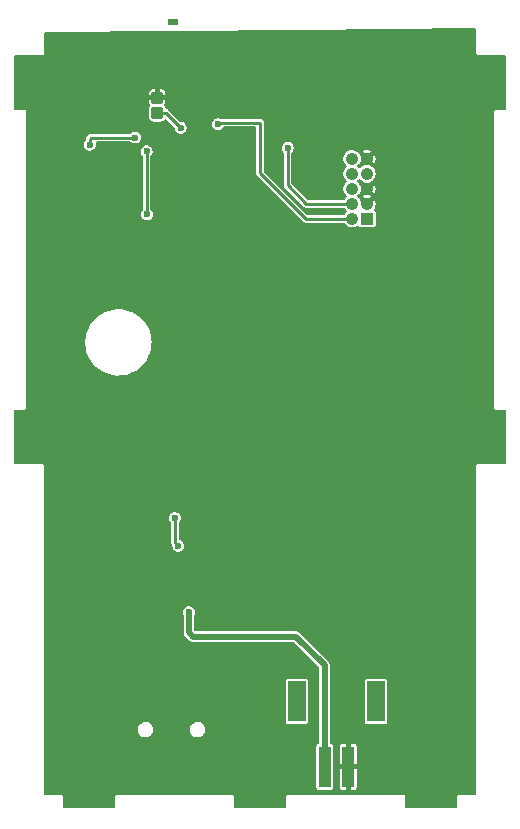
<source format=gbr>
%TF.GenerationSoftware,KiCad,Pcbnew,(5.99.0-10483-ga6ad7a4a70)*%
%TF.CreationDate,2021-05-17T14:47:55+02:00*%
%TF.ProjectId,quadkey,71756164-6b65-4792-9e6b-696361645f70,rev?*%
%TF.SameCoordinates,Original*%
%TF.FileFunction,Copper,L2,Bot*%
%TF.FilePolarity,Positive*%
%FSLAX46Y46*%
G04 Gerber Fmt 4.6, Leading zero omitted, Abs format (unit mm)*
G04 Created by KiCad (PCBNEW (5.99.0-10483-ga6ad7a4a70)) date 2021-05-17 14:47:55*
%MOMM*%
%LPD*%
G01*
G04 APERTURE LIST*
G04 Aperture macros list*
%AMRoundRect*
0 Rectangle with rounded corners*
0 $1 Rounding radius*
0 $2 $3 $4 $5 $6 $7 $8 $9 X,Y pos of 4 corners*
0 Add a 4 corners polygon primitive as box body*
4,1,4,$2,$3,$4,$5,$6,$7,$8,$9,$2,$3,0*
0 Add four circle primitives for the rounded corners*
1,1,$1+$1,$2,$3*
1,1,$1+$1,$4,$5*
1,1,$1+$1,$6,$7*
1,1,$1+$1,$8,$9*
0 Add four rect primitives between the rounded corners*
20,1,$1+$1,$2,$3,$4,$5,0*
20,1,$1+$1,$4,$5,$6,$7,0*
20,1,$1+$1,$6,$7,$8,$9,0*
20,1,$1+$1,$8,$9,$2,$3,0*%
G04 Aperture macros list end*
%TA.AperFunction,ComponentPad*%
%ADD10R,0.900000X0.500000*%
%TD*%
%TA.AperFunction,ComponentPad*%
%ADD11R,1.060000X1.060000*%
%TD*%
%TA.AperFunction,ComponentPad*%
%ADD12C,1.060000*%
%TD*%
%TA.AperFunction,SMDPad,CuDef*%
%ADD13RoundRect,0.250000X0.250000X0.300000X-0.250000X0.300000X-0.250000X-0.300000X0.250000X-0.300000X0*%
%TD*%
%TA.AperFunction,SMDPad,CuDef*%
%ADD14R,1.000000X3.500000*%
%TD*%
%TA.AperFunction,SMDPad,CuDef*%
%ADD15R,1.500000X3.400000*%
%TD*%
%TA.AperFunction,ViaPad*%
%ADD16C,0.600000*%
%TD*%
%TA.AperFunction,Conductor*%
%ADD17C,0.250000*%
%TD*%
%TA.AperFunction,Conductor*%
%ADD18C,0.500000*%
%TD*%
G04 APERTURE END LIST*
D10*
%TO.P,AE1,2*%
%TO.N,N/C*%
X98210000Y-53185000D03*
%TD*%
D11*
%TO.P,CON1,1,VCC*%
%TO.N,+3V3*%
X114670000Y-69800000D03*
D12*
%TO.P,CON1,2,SWDIO/TMS*%
%TO.N,/mcu/SWDIO*%
X113400000Y-69800000D03*
%TO.P,CON1,3,GND*%
%TO.N,GND*%
X114670000Y-68530000D03*
%TO.P,CON1,4,SWDCLK/TCK*%
%TO.N,/mcu/SWDCLK*%
X113400000Y-68530000D03*
%TO.P,CON1,5,GND*%
%TO.N,GND*%
X114670000Y-67260000D03*
%TO.P,CON1,6,SWO/TDO*%
%TO.N,unconnected-(CON1-Pad6)*%
X113400000Y-67260000D03*
%TO.P,CON1,7,KEY*%
%TO.N,unconnected-(CON1-Pad7)*%
X114670000Y-65990000D03*
%TO.P,CON1,8,NC/TDI*%
%TO.N,unconnected-(CON1-Pad8)*%
X113400000Y-65990000D03*
%TO.P,CON1,9,GND*%
%TO.N,GND*%
X114670000Y-64720000D03*
%TO.P,CON1,10,tRST*%
%TO.N,/mcu/RST*%
X113400000Y-64720000D03*
%TD*%
D13*
%TO.P,C9,1*%
%TO.N,GND*%
X96905000Y-59555000D03*
%TO.P,C9,2*%
%TO.N,Net-(C9-Pad2)*%
X96905000Y-60825000D03*
%TD*%
D14*
%TO.P,BT1,1,+*%
%TO.N,VBAT*%
X111090000Y-116210000D03*
%TO.P,BT1,2,-*%
%TO.N,GND*%
X113090000Y-116210000D03*
D15*
%TO.P,BT1,M*%
%TO.N,N/C*%
X108740000Y-110660000D03*
%TO.P,BT1,N*%
X115440000Y-110660000D03*
%TD*%
D16*
%TO.N,+3V3*%
X96010000Y-64100000D03*
X96060000Y-69440000D03*
%TO.N,VBAT*%
X98700000Y-97490000D03*
X98400000Y-95140000D03*
X99590000Y-103130000D03*
%TO.N,GND*%
X91000000Y-66610000D03*
X90820000Y-94420000D03*
X97950000Y-112890000D03*
X99040000Y-91940000D03*
X99850000Y-66460000D03*
X93890000Y-57360000D03*
X90550000Y-59740000D03*
X111070000Y-101610000D03*
X99670000Y-97780000D03*
X104430000Y-86900000D03*
X97940000Y-57760000D03*
X99060000Y-90340000D03*
X99080000Y-91180000D03*
X99800000Y-73950000D03*
X100800000Y-84700000D03*
%TO.N,Net-(C9-Pad2)*%
X98900000Y-62110000D03*
%TO.N,Net-(C13-Pad1)*%
X91210000Y-63530000D03*
X95060000Y-62930000D03*
%TO.N,/mcu/SWDIO*%
X102060000Y-61790000D03*
%TO.N,/mcu/SWDCLK*%
X107950000Y-63800000D03*
%TD*%
D17*
%TO.N,+3V3*%
X96010000Y-64100000D02*
X96010000Y-69390000D01*
X96010000Y-69390000D02*
X96060000Y-69440000D01*
%TO.N,VBAT*%
X98400000Y-97190000D02*
X98700000Y-97490000D01*
D18*
X111090000Y-116210000D02*
X111090000Y-107610000D01*
D17*
X98400000Y-95140000D02*
X98400000Y-97190000D01*
D18*
X111090000Y-107610000D02*
X108660000Y-105180000D01*
X99590000Y-104830000D02*
X99590000Y-103130000D01*
X108660000Y-105180000D02*
X99940000Y-105180000D01*
X99940000Y-105180000D02*
X99590000Y-104830000D01*
D17*
%TO.N,Net-(C9-Pad2)*%
X97615000Y-60825000D02*
X98900000Y-62110000D01*
X96905000Y-60825000D02*
X97615000Y-60825000D01*
%TO.N,Net-(C13-Pad1)*%
X95060000Y-62930000D02*
X91320000Y-62930000D01*
X91320000Y-62930000D02*
X91210000Y-63040000D01*
X91210000Y-63040000D02*
X91210000Y-63530000D01*
%TO.N,/mcu/SWDIO*%
X105630000Y-61660000D02*
X102190000Y-61660000D01*
X109470000Y-69800000D02*
X105630000Y-65960000D01*
X102190000Y-61660000D02*
X102060000Y-61790000D01*
X105630000Y-65960000D02*
X105630000Y-61660000D01*
X113400000Y-69800000D02*
X109470000Y-69800000D01*
%TO.N,/mcu/SWDCLK*%
X109520000Y-68530000D02*
X113400000Y-68530000D01*
X107950000Y-63800000D02*
X107950000Y-66960000D01*
X107950000Y-66960000D02*
X109520000Y-68530000D01*
%TD*%
%TA.AperFunction,Conductor*%
%TO.N,GND*%
G36*
X123883498Y-53699967D02*
G01*
X123919887Y-53749155D01*
X123925000Y-53780558D01*
X123925000Y-55796919D01*
X123925069Y-55797224D01*
X123925113Y-55798013D01*
X123925103Y-55809268D01*
X123925104Y-55809271D01*
X123925094Y-55820417D01*
X123929919Y-55830466D01*
X123930320Y-55831300D01*
X123937594Y-55852131D01*
X123940279Y-55863900D01*
X123947227Y-55872619D01*
X123947631Y-55873126D01*
X123959456Y-55891976D01*
X123964565Y-55902616D01*
X123973269Y-55909577D01*
X123973271Y-55909579D01*
X123973991Y-55910154D01*
X123989580Y-55925769D01*
X123997105Y-55935212D01*
X124007145Y-55940055D01*
X124007148Y-55940057D01*
X124007738Y-55940341D01*
X124026557Y-55952191D01*
X124035778Y-55959565D01*
X124046644Y-55962064D01*
X124046647Y-55962065D01*
X124047543Y-55962271D01*
X124068359Y-55969581D01*
X124069192Y-55969983D01*
X124069195Y-55969984D01*
X124079234Y-55974826D01*
X124101631Y-55974845D01*
X124102425Y-55974891D01*
X124102899Y-55975000D01*
X126376000Y-55975000D01*
X126434191Y-55993907D01*
X126470155Y-56043407D01*
X126475000Y-56074000D01*
X126475000Y-60476000D01*
X126456093Y-60534191D01*
X126406593Y-60570155D01*
X126376000Y-60575000D01*
X125603081Y-60575000D01*
X125602776Y-60575069D01*
X125601987Y-60575113D01*
X125590732Y-60575103D01*
X125590729Y-60575104D01*
X125579583Y-60575094D01*
X125568697Y-60580321D01*
X125547869Y-60587594D01*
X125546970Y-60587799D01*
X125546969Y-60587799D01*
X125536100Y-60590279D01*
X125527381Y-60597227D01*
X125526874Y-60597631D01*
X125508024Y-60609456D01*
X125497384Y-60614565D01*
X125490423Y-60623269D01*
X125490421Y-60623271D01*
X125489846Y-60623991D01*
X125474231Y-60639580D01*
X125464788Y-60647105D01*
X125459945Y-60657145D01*
X125459943Y-60657148D01*
X125459659Y-60657738D01*
X125447809Y-60676557D01*
X125440435Y-60685778D01*
X125437936Y-60696644D01*
X125437935Y-60696647D01*
X125437729Y-60697543D01*
X125430419Y-60718359D01*
X125430017Y-60719192D01*
X125430016Y-60719195D01*
X125425174Y-60729234D01*
X125425155Y-60751623D01*
X125425109Y-60752425D01*
X125425000Y-60752899D01*
X125425000Y-85796919D01*
X125425069Y-85797224D01*
X125425113Y-85798013D01*
X125425103Y-85809268D01*
X125425104Y-85809271D01*
X125425094Y-85820417D01*
X125429919Y-85830466D01*
X125430320Y-85831300D01*
X125437594Y-85852131D01*
X125440279Y-85863900D01*
X125447227Y-85872619D01*
X125447631Y-85873126D01*
X125459456Y-85891976D01*
X125464565Y-85902616D01*
X125473269Y-85909577D01*
X125473271Y-85909579D01*
X125473991Y-85910154D01*
X125489580Y-85925769D01*
X125497105Y-85935212D01*
X125507145Y-85940055D01*
X125507148Y-85940057D01*
X125507738Y-85940341D01*
X125526557Y-85952191D01*
X125535778Y-85959565D01*
X125546644Y-85962064D01*
X125546647Y-85962065D01*
X125547543Y-85962271D01*
X125568359Y-85969581D01*
X125569192Y-85969983D01*
X125569195Y-85969984D01*
X125579234Y-85974826D01*
X125601631Y-85974845D01*
X125602425Y-85974891D01*
X125602899Y-85975000D01*
X126376000Y-85975000D01*
X126434191Y-85993907D01*
X126470155Y-86043407D01*
X126475000Y-86074000D01*
X126475000Y-90476000D01*
X126456093Y-90534191D01*
X126406593Y-90570155D01*
X126376000Y-90575000D01*
X124103081Y-90575000D01*
X124102776Y-90575069D01*
X124101987Y-90575113D01*
X124090732Y-90575103D01*
X124090729Y-90575104D01*
X124079583Y-90575094D01*
X124068697Y-90580321D01*
X124047869Y-90587594D01*
X124046970Y-90587799D01*
X124046969Y-90587799D01*
X124036100Y-90590279D01*
X124027381Y-90597227D01*
X124026874Y-90597631D01*
X124008024Y-90609456D01*
X123997384Y-90614565D01*
X123990423Y-90623269D01*
X123990421Y-90623271D01*
X123989846Y-90623991D01*
X123974231Y-90639580D01*
X123964788Y-90647105D01*
X123959945Y-90657145D01*
X123959943Y-90657148D01*
X123959659Y-90657738D01*
X123947809Y-90676557D01*
X123940435Y-90685778D01*
X123937936Y-90696644D01*
X123937935Y-90696647D01*
X123937729Y-90697543D01*
X123930419Y-90718359D01*
X123930017Y-90719192D01*
X123930016Y-90719195D01*
X123925174Y-90729234D01*
X123925155Y-90751623D01*
X123925109Y-90752425D01*
X123925000Y-90752899D01*
X123925000Y-118476000D01*
X123906093Y-118534191D01*
X123856593Y-118570155D01*
X123826000Y-118575000D01*
X122503081Y-118575000D01*
X122502776Y-118575069D01*
X122501987Y-118575113D01*
X122490732Y-118575103D01*
X122490729Y-118575104D01*
X122479583Y-118575094D01*
X122468697Y-118580321D01*
X122447869Y-118587594D01*
X122446970Y-118587799D01*
X122446969Y-118587799D01*
X122436100Y-118590279D01*
X122427381Y-118597227D01*
X122426874Y-118597631D01*
X122408024Y-118609456D01*
X122397384Y-118614565D01*
X122390423Y-118623269D01*
X122390421Y-118623271D01*
X122389846Y-118623991D01*
X122374231Y-118639580D01*
X122364788Y-118647105D01*
X122359945Y-118657145D01*
X122359943Y-118657148D01*
X122359659Y-118657738D01*
X122347809Y-118676557D01*
X122340435Y-118685778D01*
X122337936Y-118696644D01*
X122337935Y-118696647D01*
X122337729Y-118697543D01*
X122330419Y-118718359D01*
X122330017Y-118719192D01*
X122330016Y-118719195D01*
X122325174Y-118729234D01*
X122325155Y-118751623D01*
X122325109Y-118752425D01*
X122325000Y-118752899D01*
X122325000Y-119576000D01*
X122306093Y-119634191D01*
X122256593Y-119670155D01*
X122226000Y-119675000D01*
X118024000Y-119675000D01*
X117965809Y-119656093D01*
X117929845Y-119606593D01*
X117925000Y-119576000D01*
X117925000Y-118753081D01*
X117924931Y-118752776D01*
X117924887Y-118751987D01*
X117924897Y-118740732D01*
X117924896Y-118740729D01*
X117924906Y-118729583D01*
X117919679Y-118718697D01*
X117912406Y-118697869D01*
X117912201Y-118696970D01*
X117912201Y-118696969D01*
X117909721Y-118686100D01*
X117902369Y-118676874D01*
X117890544Y-118658024D01*
X117890260Y-118657433D01*
X117885435Y-118647384D01*
X117876731Y-118640423D01*
X117876729Y-118640421D01*
X117876009Y-118639846D01*
X117860420Y-118624231D01*
X117852895Y-118614788D01*
X117842855Y-118609945D01*
X117842852Y-118609943D01*
X117842262Y-118609659D01*
X117823443Y-118597809D01*
X117814222Y-118590435D01*
X117803356Y-118587936D01*
X117803353Y-118587935D01*
X117802457Y-118587729D01*
X117781641Y-118580419D01*
X117780808Y-118580017D01*
X117780805Y-118580016D01*
X117770766Y-118575174D01*
X117748369Y-118575155D01*
X117747575Y-118575109D01*
X117747101Y-118575000D01*
X108003081Y-118575000D01*
X108002776Y-118575069D01*
X108001987Y-118575113D01*
X107990732Y-118575103D01*
X107990729Y-118575104D01*
X107979583Y-118575094D01*
X107968697Y-118580321D01*
X107947869Y-118587594D01*
X107946970Y-118587799D01*
X107946969Y-118587799D01*
X107936100Y-118590279D01*
X107927381Y-118597227D01*
X107926874Y-118597631D01*
X107908024Y-118609456D01*
X107897384Y-118614565D01*
X107890423Y-118623269D01*
X107890421Y-118623271D01*
X107889846Y-118623991D01*
X107874231Y-118639580D01*
X107864788Y-118647105D01*
X107859945Y-118657145D01*
X107859943Y-118657148D01*
X107859659Y-118657738D01*
X107847809Y-118676557D01*
X107840435Y-118685778D01*
X107837936Y-118696644D01*
X107837935Y-118696647D01*
X107837729Y-118697543D01*
X107830419Y-118718359D01*
X107830017Y-118719192D01*
X107830016Y-118719195D01*
X107825174Y-118729234D01*
X107825155Y-118751623D01*
X107825109Y-118752425D01*
X107825000Y-118752899D01*
X107825000Y-119576000D01*
X107806093Y-119634191D01*
X107756593Y-119670155D01*
X107726000Y-119675000D01*
X103524000Y-119675000D01*
X103465809Y-119656093D01*
X103429845Y-119606593D01*
X103425000Y-119576000D01*
X103425000Y-118753081D01*
X103424931Y-118752776D01*
X103424887Y-118751987D01*
X103424897Y-118740732D01*
X103424896Y-118740729D01*
X103424906Y-118729583D01*
X103419679Y-118718697D01*
X103412406Y-118697869D01*
X103412201Y-118696970D01*
X103412201Y-118696969D01*
X103409721Y-118686100D01*
X103402369Y-118676874D01*
X103390544Y-118658024D01*
X103390260Y-118657433D01*
X103385435Y-118647384D01*
X103376731Y-118640423D01*
X103376729Y-118640421D01*
X103376009Y-118639846D01*
X103360420Y-118624231D01*
X103352895Y-118614788D01*
X103342855Y-118609945D01*
X103342852Y-118609943D01*
X103342262Y-118609659D01*
X103323443Y-118597809D01*
X103314222Y-118590435D01*
X103303356Y-118587936D01*
X103303353Y-118587935D01*
X103302457Y-118587729D01*
X103281641Y-118580419D01*
X103280808Y-118580017D01*
X103280805Y-118580016D01*
X103270766Y-118575174D01*
X103248369Y-118575155D01*
X103247575Y-118575109D01*
X103247101Y-118575000D01*
X93503081Y-118575000D01*
X93502776Y-118575069D01*
X93501987Y-118575113D01*
X93490732Y-118575103D01*
X93490729Y-118575104D01*
X93479583Y-118575094D01*
X93468697Y-118580321D01*
X93447869Y-118587594D01*
X93446970Y-118587799D01*
X93446969Y-118587799D01*
X93436100Y-118590279D01*
X93427381Y-118597227D01*
X93426874Y-118597631D01*
X93408024Y-118609456D01*
X93397384Y-118614565D01*
X93390423Y-118623269D01*
X93390421Y-118623271D01*
X93389846Y-118623991D01*
X93374231Y-118639580D01*
X93364788Y-118647105D01*
X93359945Y-118657145D01*
X93359943Y-118657148D01*
X93359659Y-118657738D01*
X93347809Y-118676557D01*
X93340435Y-118685778D01*
X93337936Y-118696644D01*
X93337935Y-118696647D01*
X93337729Y-118697543D01*
X93330419Y-118718359D01*
X93330017Y-118719192D01*
X93330016Y-118719195D01*
X93325174Y-118729234D01*
X93325155Y-118751623D01*
X93325109Y-118752425D01*
X93325000Y-118752899D01*
X93325000Y-119576000D01*
X93306093Y-119634191D01*
X93256593Y-119670155D01*
X93226000Y-119675000D01*
X89024000Y-119675000D01*
X88965809Y-119656093D01*
X88929845Y-119606593D01*
X88925000Y-119576000D01*
X88925000Y-118753081D01*
X88924931Y-118752776D01*
X88924887Y-118751987D01*
X88924897Y-118740732D01*
X88924896Y-118740729D01*
X88924906Y-118729583D01*
X88919679Y-118718697D01*
X88912406Y-118697869D01*
X88912201Y-118696970D01*
X88912201Y-118696969D01*
X88909721Y-118686100D01*
X88902369Y-118676874D01*
X88890544Y-118658024D01*
X88890260Y-118657433D01*
X88885435Y-118647384D01*
X88876731Y-118640423D01*
X88876729Y-118640421D01*
X88876009Y-118639846D01*
X88860420Y-118624231D01*
X88852895Y-118614788D01*
X88842855Y-118609945D01*
X88842852Y-118609943D01*
X88842262Y-118609659D01*
X88823443Y-118597809D01*
X88814222Y-118590435D01*
X88803356Y-118587936D01*
X88803353Y-118587935D01*
X88802457Y-118587729D01*
X88781641Y-118580419D01*
X88780808Y-118580017D01*
X88780805Y-118580016D01*
X88770766Y-118575174D01*
X88748369Y-118575155D01*
X88747575Y-118575109D01*
X88747101Y-118575000D01*
X87424000Y-118575000D01*
X87365809Y-118556093D01*
X87329845Y-118506593D01*
X87325000Y-118476000D01*
X87325000Y-112972844D01*
X95269669Y-112972844D01*
X95269669Y-113137156D01*
X95310532Y-113296306D01*
X95389689Y-113440293D01*
X95502169Y-113560071D01*
X95640902Y-113648114D01*
X95797172Y-113698889D01*
X95803380Y-113699280D01*
X95803382Y-113699280D01*
X95889195Y-113704679D01*
X95961159Y-113709207D01*
X96041860Y-113693813D01*
X96116445Y-113679585D01*
X96116447Y-113679584D01*
X96122561Y-113678418D01*
X96271234Y-113608457D01*
X96276033Y-113604487D01*
X96393042Y-113507690D01*
X96393045Y-113507687D01*
X96397839Y-113503721D01*
X96494419Y-113370790D01*
X96554906Y-113218016D01*
X96575500Y-113055000D01*
X96565121Y-112972844D01*
X99669669Y-112972844D01*
X99669669Y-113137156D01*
X99710532Y-113296306D01*
X99789689Y-113440293D01*
X99902169Y-113560071D01*
X100040902Y-113648114D01*
X100197172Y-113698889D01*
X100203380Y-113699280D01*
X100203382Y-113699280D01*
X100289195Y-113704679D01*
X100361159Y-113709207D01*
X100441860Y-113693813D01*
X100516445Y-113679585D01*
X100516447Y-113679584D01*
X100522561Y-113678418D01*
X100671234Y-113608457D01*
X100676033Y-113604487D01*
X100793042Y-113507690D01*
X100793045Y-113507687D01*
X100797839Y-113503721D01*
X100894419Y-113370790D01*
X100954906Y-113218016D01*
X100975500Y-113055000D01*
X100954906Y-112891984D01*
X100894419Y-112739210D01*
X100797839Y-112606279D01*
X100793045Y-112602313D01*
X100793042Y-112602310D01*
X100676033Y-112505513D01*
X100671234Y-112501543D01*
X100522561Y-112431582D01*
X100516447Y-112430416D01*
X100516445Y-112430415D01*
X100441860Y-112416187D01*
X100361159Y-112400793D01*
X100289195Y-112405321D01*
X100203382Y-112410720D01*
X100203380Y-112410720D01*
X100197172Y-112411111D01*
X100040902Y-112461886D01*
X99902169Y-112549929D01*
X99897909Y-112554465D01*
X99897907Y-112554467D01*
X99853996Y-112601227D01*
X99789689Y-112669707D01*
X99710532Y-112813694D01*
X99669669Y-112972844D01*
X96565121Y-112972844D01*
X96554906Y-112891984D01*
X96494419Y-112739210D01*
X96397839Y-112606279D01*
X96393045Y-112602313D01*
X96393042Y-112602310D01*
X96276033Y-112505513D01*
X96271234Y-112501543D01*
X96122561Y-112431582D01*
X96116447Y-112430416D01*
X96116445Y-112430415D01*
X96041860Y-112416187D01*
X95961159Y-112400793D01*
X95889195Y-112405321D01*
X95803382Y-112410720D01*
X95803380Y-112410720D01*
X95797172Y-112411111D01*
X95640902Y-112461886D01*
X95502169Y-112549929D01*
X95497909Y-112554465D01*
X95497907Y-112554467D01*
X95453996Y-112601227D01*
X95389689Y-112669707D01*
X95310532Y-112813694D01*
X95269669Y-112972844D01*
X87325000Y-112972844D01*
X87325000Y-108960000D01*
X107784500Y-108960000D01*
X107784500Y-112360000D01*
X107800143Y-112438641D01*
X107844690Y-112505310D01*
X107911359Y-112549857D01*
X107920922Y-112551759D01*
X107920924Y-112551760D01*
X107946200Y-112556787D01*
X107990000Y-112565500D01*
X109490000Y-112565500D01*
X109533800Y-112556787D01*
X109559076Y-112551760D01*
X109559078Y-112551759D01*
X109568641Y-112549857D01*
X109635310Y-112505310D01*
X109679857Y-112438641D01*
X109695500Y-112360000D01*
X109695500Y-108960000D01*
X109679857Y-108881359D01*
X109635310Y-108814690D01*
X109568641Y-108770143D01*
X109559078Y-108768241D01*
X109559076Y-108768240D01*
X109533800Y-108763213D01*
X109490000Y-108754500D01*
X107990000Y-108754500D01*
X107946200Y-108763213D01*
X107920924Y-108768240D01*
X107920922Y-108768241D01*
X107911359Y-108770143D01*
X107844690Y-108814690D01*
X107800143Y-108881359D01*
X107784500Y-108960000D01*
X87325000Y-108960000D01*
X87325000Y-103123824D01*
X99084538Y-103123824D01*
X99103121Y-103265939D01*
X99105962Y-103272395D01*
X99105962Y-103272396D01*
X99131116Y-103329562D01*
X99139500Y-103369434D01*
X99139500Y-104798123D01*
X99138814Y-104809759D01*
X99134725Y-104844308D01*
X99136054Y-104851585D01*
X99136054Y-104851588D01*
X99145337Y-104902414D01*
X99145846Y-104905471D01*
X99154636Y-104963935D01*
X99157761Y-104970443D01*
X99159058Y-104977545D01*
X99162469Y-104984111D01*
X99162469Y-104984112D01*
X99186293Y-105029975D01*
X99187682Y-105032754D01*
X99213265Y-105086029D01*
X99217368Y-105090468D01*
X99218892Y-105092729D01*
X99221493Y-105097736D01*
X99226525Y-105103628D01*
X99264951Y-105142054D01*
X99267644Y-105144856D01*
X99305202Y-105185486D01*
X99311077Y-105188899D01*
X99317958Y-105195061D01*
X99598915Y-105476018D01*
X99606651Y-105484724D01*
X99628189Y-105512045D01*
X99634276Y-105516252D01*
X99634277Y-105516253D01*
X99676807Y-105545648D01*
X99679322Y-105547445D01*
X99726858Y-105582555D01*
X99733668Y-105584946D01*
X99739608Y-105589052D01*
X99746661Y-105591283D01*
X99746666Y-105591285D01*
X99784441Y-105603231D01*
X99795971Y-105606878D01*
X99798856Y-105607840D01*
X99854648Y-105627432D01*
X99860688Y-105627669D01*
X99863367Y-105628191D01*
X99868744Y-105629892D01*
X99874365Y-105630334D01*
X99874368Y-105630335D01*
X99874454Y-105630341D01*
X99876469Y-105630500D01*
X99930787Y-105630500D01*
X99934673Y-105630576D01*
X99982590Y-105632459D01*
X99982593Y-105632459D01*
X99989984Y-105632749D01*
X99996551Y-105631008D01*
X100005776Y-105630500D01*
X108432389Y-105630500D01*
X108490580Y-105649407D01*
X108502393Y-105659496D01*
X110610504Y-107767608D01*
X110638281Y-107822125D01*
X110639500Y-107837612D01*
X110639500Y-114163406D01*
X110620593Y-114221597D01*
X110571093Y-114257561D01*
X110559815Y-114260503D01*
X110520928Y-114268239D01*
X110520925Y-114268240D01*
X110511359Y-114270143D01*
X110444690Y-114314690D01*
X110400143Y-114381359D01*
X110384500Y-114460000D01*
X110384500Y-117960000D01*
X110400143Y-118038641D01*
X110444690Y-118105310D01*
X110511359Y-118149857D01*
X110520922Y-118151759D01*
X110520924Y-118151760D01*
X110546047Y-118156757D01*
X110590000Y-118165500D01*
X111590000Y-118165500D01*
X111633953Y-118156757D01*
X111659076Y-118151760D01*
X111659078Y-118151759D01*
X111668641Y-118149857D01*
X111735310Y-118105310D01*
X111779857Y-118038641D01*
X111795500Y-117960000D01*
X111795500Y-116418243D01*
X112385000Y-116418243D01*
X112385000Y-117955142D01*
X112385948Y-117964763D01*
X112398703Y-118028888D01*
X112406022Y-118046557D01*
X112439624Y-118096847D01*
X112453153Y-118110376D01*
X112503443Y-118143978D01*
X112521112Y-118151297D01*
X112585237Y-118164052D01*
X112594858Y-118165000D01*
X112874320Y-118165000D01*
X112887005Y-118160878D01*
X112890000Y-118156757D01*
X112890000Y-116425680D01*
X112887583Y-116418243D01*
X113290000Y-116418243D01*
X113290000Y-118149320D01*
X113294122Y-118162005D01*
X113298243Y-118165000D01*
X113585142Y-118165000D01*
X113594763Y-118164052D01*
X113658888Y-118151297D01*
X113676557Y-118143978D01*
X113726847Y-118110376D01*
X113740376Y-118096847D01*
X113773978Y-118046557D01*
X113781297Y-118028888D01*
X113794052Y-117964763D01*
X113795000Y-117955142D01*
X113795000Y-116425680D01*
X113790878Y-116412995D01*
X113786757Y-116410000D01*
X113305680Y-116410000D01*
X113292995Y-116414122D01*
X113290000Y-116418243D01*
X112887583Y-116418243D01*
X112885878Y-116412995D01*
X112881757Y-116410000D01*
X112400680Y-116410000D01*
X112387995Y-116414122D01*
X112385000Y-116418243D01*
X111795500Y-116418243D01*
X111795500Y-114464858D01*
X112385000Y-114464858D01*
X112385000Y-115994320D01*
X112389122Y-116007005D01*
X112393243Y-116010000D01*
X112874320Y-116010000D01*
X112887005Y-116005878D01*
X112890000Y-116001757D01*
X112890000Y-114270680D01*
X112887583Y-114263243D01*
X113290000Y-114263243D01*
X113290000Y-115994320D01*
X113294122Y-116007005D01*
X113298243Y-116010000D01*
X113779320Y-116010000D01*
X113792005Y-116005878D01*
X113795000Y-116001757D01*
X113795000Y-114464858D01*
X113794052Y-114455237D01*
X113781297Y-114391112D01*
X113773978Y-114373443D01*
X113740376Y-114323153D01*
X113726847Y-114309624D01*
X113676557Y-114276022D01*
X113658888Y-114268703D01*
X113594763Y-114255948D01*
X113585142Y-114255000D01*
X113305680Y-114255000D01*
X113292995Y-114259122D01*
X113290000Y-114263243D01*
X112887583Y-114263243D01*
X112885878Y-114257995D01*
X112881757Y-114255000D01*
X112594858Y-114255000D01*
X112585237Y-114255948D01*
X112521112Y-114268703D01*
X112503443Y-114276022D01*
X112453153Y-114309624D01*
X112439624Y-114323153D01*
X112406022Y-114373443D01*
X112398703Y-114391112D01*
X112385948Y-114455237D01*
X112385000Y-114464858D01*
X111795500Y-114464858D01*
X111795500Y-114460000D01*
X111779857Y-114381359D01*
X111735310Y-114314690D01*
X111668641Y-114270143D01*
X111659075Y-114268240D01*
X111659072Y-114268239D01*
X111620185Y-114260503D01*
X111566801Y-114230606D01*
X111541186Y-114175041D01*
X111540500Y-114163406D01*
X111540500Y-108960000D01*
X114484500Y-108960000D01*
X114484500Y-112360000D01*
X114500143Y-112438641D01*
X114544690Y-112505310D01*
X114611359Y-112549857D01*
X114620922Y-112551759D01*
X114620924Y-112551760D01*
X114646200Y-112556787D01*
X114690000Y-112565500D01*
X116190000Y-112565500D01*
X116233800Y-112556787D01*
X116259076Y-112551760D01*
X116259078Y-112551759D01*
X116268641Y-112549857D01*
X116335310Y-112505310D01*
X116379857Y-112438641D01*
X116395500Y-112360000D01*
X116395500Y-108960000D01*
X116379857Y-108881359D01*
X116335310Y-108814690D01*
X116268641Y-108770143D01*
X116259078Y-108768241D01*
X116259076Y-108768240D01*
X116233800Y-108763213D01*
X116190000Y-108754500D01*
X114690000Y-108754500D01*
X114646200Y-108763213D01*
X114620924Y-108768240D01*
X114620922Y-108768241D01*
X114611359Y-108770143D01*
X114544690Y-108814690D01*
X114500143Y-108881359D01*
X114484500Y-108960000D01*
X111540500Y-108960000D01*
X111540500Y-107641877D01*
X111541186Y-107630241D01*
X111544405Y-107603040D01*
X111545275Y-107595692D01*
X111543946Y-107588415D01*
X111543946Y-107588412D01*
X111534663Y-107537586D01*
X111534152Y-107534518D01*
X111526464Y-107483381D01*
X111525364Y-107476065D01*
X111522239Y-107469557D01*
X111520942Y-107462455D01*
X111493706Y-107410023D01*
X111492317Y-107407244D01*
X111469938Y-107360642D01*
X111466735Y-107353971D01*
X111462632Y-107349532D01*
X111461108Y-107347271D01*
X111458507Y-107342264D01*
X111453475Y-107336372D01*
X111415049Y-107297946D01*
X111412355Y-107295143D01*
X111379822Y-107259949D01*
X111374798Y-107254514D01*
X111368923Y-107251101D01*
X111362042Y-107244939D01*
X109001081Y-104883977D01*
X108993339Y-104875263D01*
X108976394Y-104853768D01*
X108976393Y-104853767D01*
X108971811Y-104847955D01*
X108945544Y-104829800D01*
X108923217Y-104814369D01*
X108920688Y-104812562D01*
X108879097Y-104781843D01*
X108879095Y-104781842D01*
X108873142Y-104777445D01*
X108866332Y-104775054D01*
X108860392Y-104770948D01*
X108853339Y-104768717D01*
X108853334Y-104768715D01*
X108815559Y-104756769D01*
X108804029Y-104753122D01*
X108801144Y-104752160D01*
X108745352Y-104732568D01*
X108739312Y-104732331D01*
X108736633Y-104731809D01*
X108731256Y-104730108D01*
X108725635Y-104729666D01*
X108725632Y-104729665D01*
X108725546Y-104729659D01*
X108723531Y-104729500D01*
X108669213Y-104729500D01*
X108665327Y-104729424D01*
X108617410Y-104727541D01*
X108617407Y-104727541D01*
X108610016Y-104727251D01*
X108603449Y-104728992D01*
X108594224Y-104729500D01*
X100167610Y-104729500D01*
X100109419Y-104710593D01*
X100097605Y-104700502D01*
X100069495Y-104672391D01*
X100041719Y-104617874D01*
X100040500Y-104602389D01*
X100040500Y-103370537D01*
X100050406Y-103327371D01*
X100068494Y-103290038D01*
X100068494Y-103290037D01*
X100071570Y-103283689D01*
X100074557Y-103265939D01*
X100094715Y-103146120D01*
X100094715Y-103146117D01*
X100095349Y-103142350D01*
X100095500Y-103130000D01*
X100075182Y-102988123D01*
X100015860Y-102857651D01*
X99922303Y-102749074D01*
X99802033Y-102671118D01*
X99795275Y-102669097D01*
X99795273Y-102669096D01*
X99671479Y-102632074D01*
X99664718Y-102630052D01*
X99578694Y-102629527D01*
X99528448Y-102629220D01*
X99521396Y-102629177D01*
X99514620Y-102631114D01*
X99514617Y-102631114D01*
X99390369Y-102666624D01*
X99390367Y-102666625D01*
X99383589Y-102668562D01*
X99262375Y-102745042D01*
X99167499Y-102852469D01*
X99106588Y-102982206D01*
X99084538Y-103123824D01*
X87325000Y-103123824D01*
X87325000Y-95133824D01*
X97894538Y-95133824D01*
X97913121Y-95275939D01*
X97915962Y-95282395D01*
X97915962Y-95282396D01*
X97917870Y-95286731D01*
X97970845Y-95407126D01*
X97975382Y-95412523D01*
X97975383Y-95412525D01*
X98051283Y-95502818D01*
X98074253Y-95559528D01*
X98074500Y-95566520D01*
X98074500Y-97171715D01*
X98074123Y-97180344D01*
X98070758Y-97218805D01*
X98072999Y-97227168D01*
X98080816Y-97256342D01*
X98082685Y-97264774D01*
X98089432Y-97303038D01*
X98093763Y-97310539D01*
X98095757Y-97316017D01*
X98098223Y-97321306D01*
X98100465Y-97329675D01*
X98105433Y-97336771D01*
X98105434Y-97336772D01*
X98122758Y-97361514D01*
X98127396Y-97368795D01*
X98146822Y-97402441D01*
X98153456Y-97408008D01*
X98153459Y-97408011D01*
X98160098Y-97413582D01*
X98192521Y-97465470D01*
X98194609Y-97483369D01*
X98194538Y-97483824D01*
X98213121Y-97625939D01*
X98215962Y-97632395D01*
X98215962Y-97632396D01*
X98217870Y-97636731D01*
X98270845Y-97757126D01*
X98363068Y-97866838D01*
X98368939Y-97870746D01*
X98368940Y-97870747D01*
X98381235Y-97878931D01*
X98482377Y-97946257D01*
X98489104Y-97948359D01*
X98489107Y-97948360D01*
X98612448Y-97986894D01*
X98612449Y-97986894D01*
X98619180Y-97988997D01*
X98690830Y-97990310D01*
X98755427Y-97991495D01*
X98755429Y-97991495D01*
X98762481Y-97991624D01*
X98769284Y-97989769D01*
X98769286Y-97989769D01*
X98816065Y-97977015D01*
X98900758Y-97953925D01*
X99022897Y-97878931D01*
X99119078Y-97772672D01*
X99181570Y-97643689D01*
X99184557Y-97625939D01*
X99204715Y-97506120D01*
X99204715Y-97506117D01*
X99205349Y-97502350D01*
X99205500Y-97490000D01*
X99185182Y-97348123D01*
X99176795Y-97329675D01*
X99128780Y-97224073D01*
X99128780Y-97224072D01*
X99125860Y-97217651D01*
X99032303Y-97109074D01*
X98912033Y-97031118D01*
X98796133Y-96996457D01*
X98745801Y-96961670D01*
X98725500Y-96901608D01*
X98725500Y-95564206D01*
X98744407Y-95506015D01*
X98751103Y-95497769D01*
X98814346Y-95427900D01*
X98814346Y-95427899D01*
X98819078Y-95422672D01*
X98881570Y-95293689D01*
X98884557Y-95275939D01*
X98904715Y-95156120D01*
X98904715Y-95156117D01*
X98905349Y-95152350D01*
X98905500Y-95140000D01*
X98885182Y-94998123D01*
X98825860Y-94867651D01*
X98732303Y-94759074D01*
X98612033Y-94681118D01*
X98605275Y-94679097D01*
X98605273Y-94679096D01*
X98481479Y-94642074D01*
X98474718Y-94640052D01*
X98388694Y-94639527D01*
X98338448Y-94639220D01*
X98331396Y-94639177D01*
X98324620Y-94641114D01*
X98324617Y-94641114D01*
X98200369Y-94676624D01*
X98200367Y-94676625D01*
X98193589Y-94678562D01*
X98072375Y-94755042D01*
X97977499Y-94862469D01*
X97916588Y-94992206D01*
X97894538Y-95133824D01*
X87325000Y-95133824D01*
X87325000Y-90753081D01*
X87324931Y-90752776D01*
X87324887Y-90751987D01*
X87324897Y-90740732D01*
X87324896Y-90740729D01*
X87324906Y-90729583D01*
X87319679Y-90718697D01*
X87312406Y-90697869D01*
X87312201Y-90696970D01*
X87312201Y-90696969D01*
X87309721Y-90686100D01*
X87302369Y-90676874D01*
X87290544Y-90658024D01*
X87290260Y-90657433D01*
X87285435Y-90647384D01*
X87276731Y-90640423D01*
X87276729Y-90640421D01*
X87276009Y-90639846D01*
X87260420Y-90624231D01*
X87252895Y-90614788D01*
X87242855Y-90609945D01*
X87242852Y-90609943D01*
X87242262Y-90609659D01*
X87223443Y-90597809D01*
X87214222Y-90590435D01*
X87203356Y-90587936D01*
X87203353Y-90587935D01*
X87202457Y-90587729D01*
X87181641Y-90580419D01*
X87180808Y-90580017D01*
X87180805Y-90580016D01*
X87170766Y-90575174D01*
X87148369Y-90575155D01*
X87147575Y-90575109D01*
X87147101Y-90575000D01*
X84874000Y-90575000D01*
X84815809Y-90556093D01*
X84779845Y-90506593D01*
X84775000Y-90476000D01*
X84775000Y-86074000D01*
X84793907Y-86015809D01*
X84843407Y-85979845D01*
X84874000Y-85975000D01*
X85646919Y-85975000D01*
X85647224Y-85974931D01*
X85648013Y-85974887D01*
X85659268Y-85974897D01*
X85659271Y-85974896D01*
X85670417Y-85974906D01*
X85681303Y-85969679D01*
X85702131Y-85962406D01*
X85703030Y-85962201D01*
X85703031Y-85962201D01*
X85713900Y-85959721D01*
X85723126Y-85952369D01*
X85741976Y-85940544D01*
X85752616Y-85935435D01*
X85759577Y-85926731D01*
X85759579Y-85926729D01*
X85760154Y-85926009D01*
X85775769Y-85910420D01*
X85785212Y-85902895D01*
X85790055Y-85892855D01*
X85790057Y-85892852D01*
X85790341Y-85892262D01*
X85802191Y-85873443D01*
X85809565Y-85864222D01*
X85812064Y-85853356D01*
X85812065Y-85853353D01*
X85812271Y-85852457D01*
X85819581Y-85831641D01*
X85819983Y-85830808D01*
X85819984Y-85830805D01*
X85824826Y-85820766D01*
X85824845Y-85798369D01*
X85824891Y-85797575D01*
X85825000Y-85797101D01*
X85825000Y-80319059D01*
X90820346Y-80319059D01*
X90820561Y-80321947D01*
X90824868Y-80379905D01*
X90835062Y-80517081D01*
X90844640Y-80645979D01*
X90845189Y-80648819D01*
X90845190Y-80648823D01*
X90881434Y-80836153D01*
X90906911Y-80967832D01*
X91006307Y-81280222D01*
X91141471Y-81578882D01*
X91211488Y-81695180D01*
X91309065Y-81857255D01*
X91309071Y-81857264D01*
X91310557Y-81859732D01*
X91312323Y-81862013D01*
X91312330Y-81862023D01*
X91509476Y-82116641D01*
X91511255Y-82118938D01*
X91513284Y-82121007D01*
X91513289Y-82121012D01*
X91596442Y-82205776D01*
X91740824Y-82352957D01*
X91996128Y-82558594D01*
X92273681Y-82733040D01*
X92427863Y-82806416D01*
X92567078Y-82872670D01*
X92567086Y-82872673D01*
X92569691Y-82873913D01*
X92880115Y-82979288D01*
X93200713Y-83047725D01*
X93527107Y-83078291D01*
X93529997Y-83078223D01*
X93530000Y-83078223D01*
X93851955Y-83070636D01*
X93851956Y-83070636D01*
X93854838Y-83070568D01*
X93944764Y-83057850D01*
X94176567Y-83025066D01*
X94176571Y-83025065D01*
X94179429Y-83024661D01*
X94283225Y-82997334D01*
X94493661Y-82941931D01*
X94493669Y-82941928D01*
X94496447Y-82941197D01*
X94801563Y-82821316D01*
X95090608Y-82666656D01*
X95092972Y-82665010D01*
X95092980Y-82665005D01*
X95357258Y-82480985D01*
X95357260Y-82480983D01*
X95359636Y-82479329D01*
X95604970Y-82261893D01*
X95655057Y-82205776D01*
X95821334Y-82019478D01*
X95821335Y-82019477D01*
X95823260Y-82017320D01*
X95824913Y-82014963D01*
X95824919Y-82014956D01*
X96009868Y-81751310D01*
X96011525Y-81748948D01*
X96167193Y-81460444D01*
X96243377Y-81268516D01*
X96287070Y-81158440D01*
X96287071Y-81158438D01*
X96288138Y-81155749D01*
X96288885Y-81152952D01*
X96371962Y-80841823D01*
X96371963Y-80841817D01*
X96372709Y-80839024D01*
X96419749Y-80514594D01*
X96430000Y-80275000D01*
X96410844Y-79947739D01*
X96353636Y-79624947D01*
X96308854Y-79476152D01*
X96259995Y-79313811D01*
X96259992Y-79313803D01*
X96259159Y-79311035D01*
X96128703Y-79010288D01*
X95964050Y-78726817D01*
X95767448Y-78464491D01*
X95541583Y-78226895D01*
X95323578Y-78045582D01*
X95291773Y-78019130D01*
X95291771Y-78019129D01*
X95289540Y-78017273D01*
X95066435Y-77872110D01*
X95017183Y-77840064D01*
X95017180Y-77840062D01*
X95014762Y-77838489D01*
X94756401Y-77710518D01*
X94723588Y-77694265D01*
X94723583Y-77694263D01*
X94721001Y-77692984D01*
X94447832Y-77595444D01*
X94414984Y-77583715D01*
X94414983Y-77583715D01*
X94412270Y-77582746D01*
X94092786Y-77509281D01*
X94089919Y-77508967D01*
X94089913Y-77508966D01*
X93895956Y-77487725D01*
X93766913Y-77473592D01*
X93592824Y-77474959D01*
X93441993Y-77476144D01*
X93441988Y-77476144D01*
X93439102Y-77476167D01*
X93436233Y-77476527D01*
X93436231Y-77476527D01*
X93177635Y-77508966D01*
X93113829Y-77516970D01*
X92795539Y-77595444D01*
X92488578Y-77710518D01*
X92197139Y-77860619D01*
X92194746Y-77862230D01*
X92194736Y-77862236D01*
X91927606Y-78042079D01*
X91925203Y-78043697D01*
X91676483Y-78257252D01*
X91454378Y-78498367D01*
X91261921Y-78763748D01*
X91260503Y-78766280D01*
X91123852Y-79010288D01*
X91101740Y-79049771D01*
X90976024Y-79352529D01*
X90886490Y-79667887D01*
X90886029Y-79670751D01*
X90841415Y-79947739D01*
X90834360Y-79991537D01*
X90820346Y-80319059D01*
X85825000Y-80319059D01*
X85825000Y-64093824D01*
X95504538Y-64093824D01*
X95505453Y-64100822D01*
X95516080Y-64182089D01*
X95523121Y-64235939D01*
X95525962Y-64242395D01*
X95525962Y-64242396D01*
X95558806Y-64317038D01*
X95580845Y-64367126D01*
X95585382Y-64372523D01*
X95585383Y-64372525D01*
X95661283Y-64462818D01*
X95684253Y-64519528D01*
X95684500Y-64526520D01*
X95684500Y-69071792D01*
X95665593Y-69129983D01*
X95659711Y-69137318D01*
X95637499Y-69162469D01*
X95576588Y-69292206D01*
X95554538Y-69433824D01*
X95555453Y-69440822D01*
X95557385Y-69455593D01*
X95573121Y-69575939D01*
X95575962Y-69582395D01*
X95575962Y-69582396D01*
X95577870Y-69586731D01*
X95630845Y-69707126D01*
X95723068Y-69816838D01*
X95728939Y-69820746D01*
X95728940Y-69820747D01*
X95741235Y-69828931D01*
X95842377Y-69896257D01*
X95849104Y-69898359D01*
X95849107Y-69898360D01*
X95972448Y-69936894D01*
X95972449Y-69936894D01*
X95979180Y-69938997D01*
X96050830Y-69940310D01*
X96115427Y-69941495D01*
X96115429Y-69941495D01*
X96122481Y-69941624D01*
X96129284Y-69939769D01*
X96129286Y-69939769D01*
X96176065Y-69927015D01*
X96260758Y-69903925D01*
X96382897Y-69828931D01*
X96479078Y-69722672D01*
X96541570Y-69593689D01*
X96544557Y-69575939D01*
X96564715Y-69456120D01*
X96564715Y-69456117D01*
X96565349Y-69452350D01*
X96565500Y-69440000D01*
X96545182Y-69298123D01*
X96532396Y-69270000D01*
X96488780Y-69174073D01*
X96488780Y-69174072D01*
X96485860Y-69167651D01*
X96392303Y-69059074D01*
X96380653Y-69051523D01*
X96342107Y-69004008D01*
X96335500Y-68968448D01*
X96335500Y-64524206D01*
X96354407Y-64466015D01*
X96361103Y-64457769D01*
X96424346Y-64387900D01*
X96424346Y-64387899D01*
X96429078Y-64382672D01*
X96491570Y-64253689D01*
X96493157Y-64244261D01*
X96514715Y-64116120D01*
X96514715Y-64116117D01*
X96515349Y-64112350D01*
X96515500Y-64100000D01*
X96513019Y-64082672D01*
X96499164Y-63985932D01*
X96495182Y-63958123D01*
X96490003Y-63946731D01*
X96438780Y-63834073D01*
X96438780Y-63834072D01*
X96435860Y-63827651D01*
X96342303Y-63719074D01*
X96222033Y-63641118D01*
X96215275Y-63639097D01*
X96215273Y-63639096D01*
X96091479Y-63602074D01*
X96084718Y-63600052D01*
X95998694Y-63599527D01*
X95948448Y-63599220D01*
X95941396Y-63599177D01*
X95934620Y-63601114D01*
X95934617Y-63601114D01*
X95810369Y-63636624D01*
X95810367Y-63636625D01*
X95803589Y-63638562D01*
X95682375Y-63715042D01*
X95587499Y-63822469D01*
X95526588Y-63952206D01*
X95504538Y-64093824D01*
X85825000Y-64093824D01*
X85825000Y-63523824D01*
X90704538Y-63523824D01*
X90723121Y-63665939D01*
X90725962Y-63672395D01*
X90725962Y-63672396D01*
X90748852Y-63724416D01*
X90780845Y-63797126D01*
X90873068Y-63906838D01*
X90878939Y-63910746D01*
X90878940Y-63910747D01*
X90891235Y-63918931D01*
X90992377Y-63986257D01*
X90999104Y-63988359D01*
X90999107Y-63988360D01*
X91122448Y-64026894D01*
X91122449Y-64026894D01*
X91129180Y-64028997D01*
X91200831Y-64030311D01*
X91265427Y-64031495D01*
X91265429Y-64031495D01*
X91272481Y-64031624D01*
X91279284Y-64029769D01*
X91279286Y-64029769D01*
X91327302Y-64016678D01*
X91410758Y-63993925D01*
X91532897Y-63918931D01*
X91609707Y-63834073D01*
X91624346Y-63817900D01*
X91624346Y-63817899D01*
X91629078Y-63812672D01*
X91691570Y-63683689D01*
X91694557Y-63665939D01*
X91714715Y-63546120D01*
X91714715Y-63546117D01*
X91715349Y-63542350D01*
X91715500Y-63530000D01*
X91714422Y-63522469D01*
X91701054Y-63429126D01*
X91695182Y-63388123D01*
X91692439Y-63382090D01*
X91694249Y-63321127D01*
X91731666Y-63272716D01*
X91787454Y-63255500D01*
X94633802Y-63255500D01*
X94691993Y-63274407D01*
X94709585Y-63290798D01*
X94718529Y-63301439D01*
X94718532Y-63301441D01*
X94723068Y-63306838D01*
X94728939Y-63310746D01*
X94728940Y-63310747D01*
X94741235Y-63318931D01*
X94842377Y-63386257D01*
X94849104Y-63388359D01*
X94849107Y-63388360D01*
X94972448Y-63426894D01*
X94972449Y-63426894D01*
X94979180Y-63428997D01*
X95050831Y-63430311D01*
X95115427Y-63431495D01*
X95115429Y-63431495D01*
X95122481Y-63431624D01*
X95129284Y-63429769D01*
X95129286Y-63429769D01*
X95183302Y-63415042D01*
X95260758Y-63393925D01*
X95382897Y-63318931D01*
X95399024Y-63301114D01*
X95474346Y-63217900D01*
X95474346Y-63217899D01*
X95479078Y-63212672D01*
X95541570Y-63083689D01*
X95553767Y-63011195D01*
X95564715Y-62946120D01*
X95564715Y-62946117D01*
X95565349Y-62942350D01*
X95565500Y-62930000D01*
X95545182Y-62788123D01*
X95510920Y-62712766D01*
X95488780Y-62664073D01*
X95488780Y-62664072D01*
X95485860Y-62657651D01*
X95392303Y-62549074D01*
X95272033Y-62471118D01*
X95265275Y-62469097D01*
X95265273Y-62469096D01*
X95141479Y-62432074D01*
X95134718Y-62430052D01*
X95048694Y-62429527D01*
X94998448Y-62429220D01*
X94991396Y-62429177D01*
X94984620Y-62431114D01*
X94984617Y-62431114D01*
X94860369Y-62466624D01*
X94860367Y-62466625D01*
X94853589Y-62468562D01*
X94732375Y-62545042D01*
X94727708Y-62550326D01*
X94727706Y-62550328D01*
X94709420Y-62571034D01*
X94656729Y-62602134D01*
X94635216Y-62604500D01*
X91338284Y-62604500D01*
X91329656Y-62604123D01*
X91328525Y-62604024D01*
X91291194Y-62600758D01*
X91253658Y-62610816D01*
X91245233Y-62612683D01*
X91231800Y-62615052D01*
X91215490Y-62617928D01*
X91215489Y-62617928D01*
X91206962Y-62619432D01*
X91199463Y-62623761D01*
X91193994Y-62625752D01*
X91188694Y-62628224D01*
X91180325Y-62630466D01*
X91173230Y-62635434D01*
X91173228Y-62635435D01*
X91148497Y-62652752D01*
X91141215Y-62657391D01*
X91107559Y-62676822D01*
X91082742Y-62706398D01*
X91076907Y-62712766D01*
X90992766Y-62796907D01*
X90986399Y-62802741D01*
X90956822Y-62827559D01*
X90952492Y-62835059D01*
X90937397Y-62861204D01*
X90932758Y-62868486D01*
X90915434Y-62893228D01*
X90910465Y-62900325D01*
X90908223Y-62908694D01*
X90905757Y-62913983D01*
X90903763Y-62919461D01*
X90899432Y-62926962D01*
X90897928Y-62935490D01*
X90897928Y-62935491D01*
X90892685Y-62965226D01*
X90890816Y-62973658D01*
X90880758Y-63011195D01*
X90881513Y-63019822D01*
X90884123Y-63049656D01*
X90884500Y-63058285D01*
X90884500Y-63105177D01*
X90865593Y-63163368D01*
X90859704Y-63170711D01*
X90822646Y-63212672D01*
X90787499Y-63252469D01*
X90726588Y-63382206D01*
X90704538Y-63523824D01*
X85825000Y-63523824D01*
X85825000Y-60753081D01*
X85824931Y-60752776D01*
X85824887Y-60751987D01*
X85824897Y-60740732D01*
X85824896Y-60740729D01*
X85824906Y-60729583D01*
X85819679Y-60718697D01*
X85812406Y-60697869D01*
X85812201Y-60696970D01*
X85812201Y-60696969D01*
X85809721Y-60686100D01*
X85802369Y-60676874D01*
X85790544Y-60658024D01*
X85790260Y-60657433D01*
X85785435Y-60647384D01*
X85776731Y-60640423D01*
X85776729Y-60640421D01*
X85776009Y-60639846D01*
X85760420Y-60624231D01*
X85752895Y-60614788D01*
X85742855Y-60609945D01*
X85742852Y-60609943D01*
X85742262Y-60609659D01*
X85723443Y-60597809D01*
X85714222Y-60590435D01*
X85703356Y-60587936D01*
X85703353Y-60587935D01*
X85702457Y-60587729D01*
X85681641Y-60580419D01*
X85680808Y-60580017D01*
X85680805Y-60580016D01*
X85670766Y-60575174D01*
X85648369Y-60575155D01*
X85647575Y-60575109D01*
X85647101Y-60575000D01*
X84874000Y-60575000D01*
X84815809Y-60556093D01*
X84779845Y-60506593D01*
X84775000Y-60476000D01*
X84775000Y-60473748D01*
X96204500Y-60473748D01*
X96204500Y-61158258D01*
X96219636Y-61258935D01*
X96222839Y-61265606D01*
X96222840Y-61265608D01*
X96267955Y-61359558D01*
X96278265Y-61381029D01*
X96370202Y-61480486D01*
X96416168Y-61507185D01*
X96480917Y-61544795D01*
X96480920Y-61544796D01*
X96487319Y-61548513D01*
X96517415Y-61555489D01*
X96598246Y-61574225D01*
X96598249Y-61574225D01*
X96603748Y-61575500D01*
X97188258Y-61575500D01*
X97245408Y-61566908D01*
X97281614Y-61561465D01*
X97281616Y-61561464D01*
X97288935Y-61560364D01*
X97295606Y-61557161D01*
X97295608Y-61557160D01*
X97404361Y-61504937D01*
X97411029Y-61501735D01*
X97510486Y-61409798D01*
X97529995Y-61376211D01*
X97575570Y-61335390D01*
X97636437Y-61329153D01*
X97685605Y-61355932D01*
X98366498Y-62036825D01*
X98394275Y-62091342D01*
X98394977Y-62101007D01*
X98394538Y-62103824D01*
X98413121Y-62245939D01*
X98415962Y-62252395D01*
X98415962Y-62252396D01*
X98417870Y-62256731D01*
X98470845Y-62377126D01*
X98563068Y-62486838D01*
X98568939Y-62490746D01*
X98568940Y-62490747D01*
X98581235Y-62498931D01*
X98682377Y-62566257D01*
X98689104Y-62568359D01*
X98689107Y-62568360D01*
X98812448Y-62606894D01*
X98812449Y-62606894D01*
X98819180Y-62608997D01*
X98890831Y-62610311D01*
X98955427Y-62611495D01*
X98955429Y-62611495D01*
X98962481Y-62611624D01*
X98969284Y-62609769D01*
X98969286Y-62609769D01*
X99016065Y-62597015D01*
X99100758Y-62573925D01*
X99222897Y-62498931D01*
X99319078Y-62392672D01*
X99381570Y-62263689D01*
X99383834Y-62250236D01*
X99404715Y-62126120D01*
X99404715Y-62126117D01*
X99405349Y-62122350D01*
X99405500Y-62110000D01*
X99385182Y-61968123D01*
X99325860Y-61837651D01*
X99279479Y-61783824D01*
X101554538Y-61783824D01*
X101573121Y-61925939D01*
X101575962Y-61932395D01*
X101575962Y-61932396D01*
X101623897Y-62041335D01*
X101630845Y-62057126D01*
X101635382Y-62062523D01*
X101635383Y-62062525D01*
X101682460Y-62118529D01*
X101723068Y-62166838D01*
X101728939Y-62170746D01*
X101728940Y-62170747D01*
X101741235Y-62178931D01*
X101842377Y-62246257D01*
X101849104Y-62248359D01*
X101849107Y-62248360D01*
X101972448Y-62286894D01*
X101972449Y-62286894D01*
X101979180Y-62288997D01*
X102050831Y-62290311D01*
X102115427Y-62291495D01*
X102115429Y-62291495D01*
X102122481Y-62291624D01*
X102129284Y-62289769D01*
X102129286Y-62289769D01*
X102176065Y-62277015D01*
X102260758Y-62253925D01*
X102382897Y-62178931D01*
X102479078Y-62072672D01*
X102483995Y-62062525D01*
X102494261Y-62041335D01*
X102536648Y-61997210D01*
X102583355Y-61985500D01*
X105205500Y-61985500D01*
X105263691Y-62004407D01*
X105299655Y-62053907D01*
X105304500Y-62084500D01*
X105304500Y-65941715D01*
X105304123Y-65950344D01*
X105300758Y-65988805D01*
X105302999Y-65997168D01*
X105310816Y-66026342D01*
X105312685Y-66034774D01*
X105319432Y-66073038D01*
X105323763Y-66080539D01*
X105325757Y-66086017D01*
X105328223Y-66091306D01*
X105330465Y-66099675D01*
X105335433Y-66106771D01*
X105335434Y-66106772D01*
X105352758Y-66131514D01*
X105357396Y-66138795D01*
X105376822Y-66172441D01*
X105406398Y-66197258D01*
X105412766Y-66203093D01*
X109226907Y-70017234D01*
X109232741Y-70023601D01*
X109257559Y-70053178D01*
X109265060Y-70057508D01*
X109265059Y-70057508D01*
X109291204Y-70072603D01*
X109298486Y-70077242D01*
X109323228Y-70094566D01*
X109330325Y-70099535D01*
X109338694Y-70101777D01*
X109343983Y-70104243D01*
X109349461Y-70106237D01*
X109356962Y-70110568D01*
X109365490Y-70112072D01*
X109365491Y-70112072D01*
X109395226Y-70117315D01*
X109403658Y-70119184D01*
X109441195Y-70129242D01*
X109479656Y-70125877D01*
X109488285Y-70125500D01*
X112684275Y-70125500D01*
X112742466Y-70144407D01*
X112773141Y-70180867D01*
X112779229Y-70193266D01*
X112779231Y-70193270D01*
X112781763Y-70198426D01*
X112890003Y-70329965D01*
X113025600Y-70433076D01*
X113181281Y-70502227D01*
X113348694Y-70533708D01*
X113433777Y-70529770D01*
X113513114Y-70526098D01*
X113518860Y-70525832D01*
X113524387Y-70524252D01*
X113524389Y-70524252D01*
X113677121Y-70480601D01*
X113677122Y-70480601D01*
X113682649Y-70479021D01*
X113831277Y-70395786D01*
X113832656Y-70398248D01*
X113880197Y-70382893D01*
X113938354Y-70401903D01*
X113962336Y-70426889D01*
X113994690Y-70475310D01*
X114061359Y-70519857D01*
X114070922Y-70521759D01*
X114070924Y-70521760D01*
X114092734Y-70526098D01*
X114140000Y-70535500D01*
X115200000Y-70535500D01*
X115247266Y-70526098D01*
X115269076Y-70521760D01*
X115269078Y-70521759D01*
X115278641Y-70519857D01*
X115345310Y-70475310D01*
X115389857Y-70408641D01*
X115391925Y-70398248D01*
X115396787Y-70373800D01*
X115405500Y-70330000D01*
X115405500Y-69270000D01*
X115389857Y-69191359D01*
X115345310Y-69124690D01*
X115322203Y-69109250D01*
X115292961Y-69089711D01*
X115255082Y-69041661D01*
X115252680Y-68980523D01*
X115266034Y-68951821D01*
X115318721Y-68874149D01*
X115324002Y-68864005D01*
X115380494Y-68715678D01*
X115383298Y-68704599D01*
X115404506Y-68544584D01*
X115404933Y-68538478D01*
X115404976Y-68533063D01*
X115404645Y-68526957D01*
X115385953Y-68366630D01*
X115383322Y-68355502D01*
X115329167Y-68206308D01*
X115324047Y-68196084D01*
X115317878Y-68186674D01*
X115307561Y-68178395D01*
X115300145Y-68182698D01*
X114740004Y-68742839D01*
X114685487Y-68770616D01*
X114625055Y-68761045D01*
X114599996Y-68742839D01*
X114064507Y-68207350D01*
X114051719Y-68191627D01*
X114043044Y-68178395D01*
X113964250Y-68058214D01*
X113867356Y-67966425D01*
X113838115Y-67912681D01*
X113840323Y-67895797D01*
X114322875Y-67895797D01*
X114323671Y-67900828D01*
X114658914Y-68236071D01*
X114670797Y-68242125D01*
X114675828Y-68241329D01*
X115011071Y-67906086D01*
X115017125Y-67894203D01*
X115016329Y-67889172D01*
X114681086Y-67553929D01*
X114669203Y-67547875D01*
X114664172Y-67548671D01*
X114328929Y-67883914D01*
X114322875Y-67895797D01*
X113840323Y-67895797D01*
X113846048Y-67852013D01*
X113868494Y-67821623D01*
X113952528Y-67744485D01*
X113956770Y-67740591D01*
X114052396Y-67599616D01*
X114052598Y-67599753D01*
X114066875Y-67580282D01*
X114376071Y-67271086D01*
X114381313Y-67260797D01*
X114957875Y-67260797D01*
X114958671Y-67265828D01*
X115298853Y-67606010D01*
X115310736Y-67612064D01*
X115310965Y-67612028D01*
X115316973Y-67606727D01*
X115318721Y-67604149D01*
X115324002Y-67594005D01*
X115380494Y-67445678D01*
X115383298Y-67434599D01*
X115404506Y-67274584D01*
X115404933Y-67268478D01*
X115404976Y-67263063D01*
X115404645Y-67256957D01*
X115385953Y-67096630D01*
X115383322Y-67085502D01*
X115329167Y-66936308D01*
X115324047Y-66926084D01*
X115317878Y-66916674D01*
X115307561Y-66908395D01*
X115300145Y-66912698D01*
X114963929Y-67248914D01*
X114957875Y-67260797D01*
X114381313Y-67260797D01*
X114382125Y-67259203D01*
X114381329Y-67254172D01*
X114064507Y-66937350D01*
X114051719Y-66921627D01*
X114006012Y-66851912D01*
X113964250Y-66788214D01*
X113867356Y-66696425D01*
X113838115Y-66642681D01*
X113846048Y-66582013D01*
X113868494Y-66551623D01*
X113874928Y-66545717D01*
X113956770Y-66470591D01*
X113960000Y-66465829D01*
X113962833Y-66462547D01*
X114015168Y-66430851D01*
X114076139Y-66435970D01*
X114114221Y-66464330D01*
X114156341Y-66515516D01*
X114156346Y-66515521D01*
X114160003Y-66519965D01*
X114295600Y-66623076D01*
X114315348Y-66631848D01*
X114345162Y-66652319D01*
X114658914Y-66966071D01*
X114670797Y-66972125D01*
X114675828Y-66971329D01*
X115000897Y-66646260D01*
X115022528Y-66629887D01*
X115101277Y-66585786D01*
X115172982Y-66519965D01*
X115222528Y-66474485D01*
X115226770Y-66470591D01*
X115282504Y-66388426D01*
X115319166Y-66334378D01*
X115319167Y-66334377D01*
X115322396Y-66329616D01*
X115360372Y-66229908D01*
X115380980Y-66175798D01*
X115383027Y-66170424D01*
X115405409Y-66001553D01*
X115405500Y-65990000D01*
X115385773Y-65820798D01*
X115354131Y-65733625D01*
X115329613Y-65666081D01*
X115327650Y-65660673D01*
X115324497Y-65655863D01*
X115324495Y-65655860D01*
X115237402Y-65523022D01*
X115234250Y-65518214D01*
X115230081Y-65514265D01*
X115230078Y-65514261D01*
X115114758Y-65405018D01*
X115110582Y-65401062D01*
X115020672Y-65348838D01*
X115000392Y-65333235D01*
X114681086Y-65013929D01*
X114669203Y-65007875D01*
X114664172Y-65008671D01*
X114347244Y-65325599D01*
X114316003Y-65346691D01*
X114310879Y-65348871D01*
X114310876Y-65348873D01*
X114305590Y-65351122D01*
X114168390Y-65452089D01*
X114164668Y-65456470D01*
X114164666Y-65456472D01*
X114145863Y-65478605D01*
X114113256Y-65516987D01*
X114061172Y-65549093D01*
X114000163Y-65544452D01*
X113964291Y-65518173D01*
X113964251Y-65518215D01*
X113964207Y-65518173D01*
X113867356Y-65426425D01*
X113838115Y-65372681D01*
X113846048Y-65312013D01*
X113868494Y-65281623D01*
X113952528Y-65204485D01*
X113956770Y-65200591D01*
X114052396Y-65059616D01*
X114052598Y-65059753D01*
X114066875Y-65040282D01*
X114376071Y-64731086D01*
X114381313Y-64720797D01*
X114957875Y-64720797D01*
X114958671Y-64725828D01*
X115298853Y-65066010D01*
X115310736Y-65072064D01*
X115310965Y-65072028D01*
X115316973Y-65066727D01*
X115318721Y-65064149D01*
X115324002Y-65054005D01*
X115380494Y-64905678D01*
X115383298Y-64894599D01*
X115404506Y-64734584D01*
X115404933Y-64728478D01*
X115404976Y-64723063D01*
X115404645Y-64716957D01*
X115385953Y-64556630D01*
X115383322Y-64545502D01*
X115329167Y-64396308D01*
X115324047Y-64386084D01*
X115317878Y-64376674D01*
X115307561Y-64368395D01*
X115300145Y-64372698D01*
X114963929Y-64708914D01*
X114957875Y-64720797D01*
X114381313Y-64720797D01*
X114382125Y-64719203D01*
X114381329Y-64714172D01*
X114064507Y-64397350D01*
X114051719Y-64381627D01*
X114045865Y-64372698D01*
X113964250Y-64248214D01*
X113960081Y-64244265D01*
X113960078Y-64244261D01*
X113844758Y-64135018D01*
X113840582Y-64131062D01*
X113753263Y-64080343D01*
X114317681Y-64080343D01*
X114321011Y-64088168D01*
X114658914Y-64426071D01*
X114670797Y-64432125D01*
X114675828Y-64431329D01*
X115014060Y-64093097D01*
X115019665Y-64082097D01*
X115012792Y-64074835D01*
X114968055Y-64048850D01*
X114957576Y-64044294D01*
X114805662Y-63998283D01*
X114794414Y-63996260D01*
X114635992Y-63986432D01*
X114624584Y-63987050D01*
X114468149Y-64013930D01*
X114457186Y-64017156D01*
X114326274Y-64072861D01*
X114317681Y-64080343D01*
X113753263Y-64080343D01*
X113693280Y-64045502D01*
X113611763Y-64020813D01*
X113535751Y-63997791D01*
X113535749Y-63997791D01*
X113530246Y-63996124D01*
X113405100Y-63988360D01*
X113365965Y-63985932D01*
X113365964Y-63985932D01*
X113360225Y-63985576D01*
X113192338Y-64014425D01*
X113187043Y-64016678D01*
X113055005Y-64072861D01*
X113035590Y-64081122D01*
X112898390Y-64182089D01*
X112894668Y-64186471D01*
X112894665Y-64186473D01*
X112832168Y-64260038D01*
X112788098Y-64311912D01*
X112710629Y-64463625D01*
X112670140Y-64629091D01*
X112668802Y-64799434D01*
X112706687Y-64965515D01*
X112709221Y-64970676D01*
X112779231Y-65113270D01*
X112779233Y-65113273D01*
X112781763Y-65118426D01*
X112890003Y-65249965D01*
X112923870Y-65275718D01*
X112958744Y-65325990D01*
X112957409Y-65387161D01*
X112922622Y-65434256D01*
X112898390Y-65452089D01*
X112788098Y-65581912D01*
X112710629Y-65733625D01*
X112670140Y-65899091D01*
X112668802Y-66069434D01*
X112706687Y-66235515D01*
X112709221Y-66240676D01*
X112779231Y-66383270D01*
X112779233Y-66383273D01*
X112781763Y-66388426D01*
X112890003Y-66519965D01*
X112923870Y-66545718D01*
X112958744Y-66595990D01*
X112957409Y-66657161D01*
X112922622Y-66704256D01*
X112898390Y-66722089D01*
X112788098Y-66851912D01*
X112785481Y-66857038D01*
X112718197Y-66988805D01*
X112710629Y-67003625D01*
X112670140Y-67169091D01*
X112668802Y-67339434D01*
X112706687Y-67505515D01*
X112709221Y-67510676D01*
X112779231Y-67653270D01*
X112779233Y-67653273D01*
X112781763Y-67658426D01*
X112890003Y-67789965D01*
X112923870Y-67815718D01*
X112958744Y-67865990D01*
X112957409Y-67927161D01*
X112922622Y-67974256D01*
X112898390Y-67992089D01*
X112788098Y-68121912D01*
X112785481Y-68127038D01*
X112773489Y-68150522D01*
X112730187Y-68193749D01*
X112685319Y-68204500D01*
X109695835Y-68204500D01*
X109637644Y-68185593D01*
X109625831Y-68175504D01*
X108304496Y-66854169D01*
X108276719Y-66799652D01*
X108275500Y-66784165D01*
X108275500Y-64224206D01*
X108294407Y-64166015D01*
X108301103Y-64157769D01*
X108321697Y-64135018D01*
X108369078Y-64082672D01*
X108417684Y-63982349D01*
X108428494Y-63960038D01*
X108431570Y-63953689D01*
X108432894Y-63945823D01*
X108454715Y-63816120D01*
X108454715Y-63816117D01*
X108455349Y-63812350D01*
X108455500Y-63800000D01*
X108435182Y-63658123D01*
X108429196Y-63644956D01*
X108378780Y-63534073D01*
X108378780Y-63534072D01*
X108375860Y-63527651D01*
X108282303Y-63419074D01*
X108162033Y-63341118D01*
X108155275Y-63339097D01*
X108155273Y-63339096D01*
X108031479Y-63302074D01*
X108024718Y-63300052D01*
X107938694Y-63299527D01*
X107888448Y-63299220D01*
X107881396Y-63299177D01*
X107874620Y-63301114D01*
X107874617Y-63301114D01*
X107750369Y-63336624D01*
X107750367Y-63336625D01*
X107743589Y-63338562D01*
X107622375Y-63415042D01*
X107527499Y-63522469D01*
X107466588Y-63652206D01*
X107444538Y-63793824D01*
X107463121Y-63935939D01*
X107465962Y-63942395D01*
X107465962Y-63942396D01*
X107510799Y-64044294D01*
X107520845Y-64067126D01*
X107525382Y-64072523D01*
X107525383Y-64072525D01*
X107601283Y-64162818D01*
X107624253Y-64219528D01*
X107624500Y-64226520D01*
X107624500Y-66941715D01*
X107624123Y-66950344D01*
X107620758Y-66988805D01*
X107622999Y-66997168D01*
X107630816Y-67026342D01*
X107632685Y-67034774D01*
X107639432Y-67073038D01*
X107643763Y-67080539D01*
X107645757Y-67086017D01*
X107648223Y-67091306D01*
X107650465Y-67099675D01*
X107655433Y-67106771D01*
X107655434Y-67106772D01*
X107672758Y-67131514D01*
X107677396Y-67138795D01*
X107696822Y-67172441D01*
X107726398Y-67197258D01*
X107732766Y-67203093D01*
X109276907Y-68747234D01*
X109282741Y-68753601D01*
X109307559Y-68783178D01*
X109341214Y-68802608D01*
X109348497Y-68807248D01*
X109373228Y-68824565D01*
X109373230Y-68824566D01*
X109380325Y-68829534D01*
X109388694Y-68831776D01*
X109393994Y-68834248D01*
X109399463Y-68836239D01*
X109406962Y-68840568D01*
X109415489Y-68842072D01*
X109415490Y-68842072D01*
X109431800Y-68844948D01*
X109445233Y-68847317D01*
X109453658Y-68849184D01*
X109491194Y-68859242D01*
X109529656Y-68855877D01*
X109538284Y-68855500D01*
X112684275Y-68855500D01*
X112742466Y-68874407D01*
X112773141Y-68910867D01*
X112779229Y-68923266D01*
X112779231Y-68923270D01*
X112781763Y-68928426D01*
X112890003Y-69059965D01*
X112923870Y-69085718D01*
X112958744Y-69135990D01*
X112957409Y-69197161D01*
X112922622Y-69244256D01*
X112898390Y-69262089D01*
X112788098Y-69391912D01*
X112785481Y-69397038D01*
X112773489Y-69420522D01*
X112730187Y-69463749D01*
X112685319Y-69474500D01*
X109645835Y-69474500D01*
X109587644Y-69455593D01*
X109575831Y-69445504D01*
X105984496Y-65854169D01*
X105956719Y-65799652D01*
X105955500Y-65784165D01*
X105955500Y-61631644D01*
X105955486Y-61631565D01*
X105955479Y-61631404D01*
X105955479Y-61602609D01*
X105948552Y-61583577D01*
X105944085Y-61566908D01*
X105942072Y-61555489D01*
X105942071Y-61555487D01*
X105940568Y-61546962D01*
X105930439Y-61529420D01*
X105923149Y-61513786D01*
X105916221Y-61494750D01*
X105903203Y-61479236D01*
X105893305Y-61465099D01*
X105887510Y-61455062D01*
X105887510Y-61455061D01*
X105883178Y-61447559D01*
X105867663Y-61434541D01*
X105855458Y-61422336D01*
X105848009Y-61413458D01*
X105842441Y-61406822D01*
X105834938Y-61402490D01*
X105824901Y-61396695D01*
X105810763Y-61386796D01*
X105801881Y-61379343D01*
X105795250Y-61373779D01*
X105776214Y-61366851D01*
X105760580Y-61359561D01*
X105743038Y-61349432D01*
X105734513Y-61347929D01*
X105734511Y-61347928D01*
X105723092Y-61345915D01*
X105706422Y-61341448D01*
X105695532Y-61337484D01*
X105695531Y-61337484D01*
X105687391Y-61334521D01*
X105658596Y-61334521D01*
X105658435Y-61334514D01*
X105658356Y-61334500D01*
X102297828Y-61334500D01*
X102269462Y-61330349D01*
X102141479Y-61292074D01*
X102134718Y-61290052D01*
X102048694Y-61289527D01*
X101998448Y-61289220D01*
X101991396Y-61289177D01*
X101984620Y-61291114D01*
X101984617Y-61291114D01*
X101860369Y-61326624D01*
X101860367Y-61326625D01*
X101853589Y-61328562D01*
X101847625Y-61332325D01*
X101752469Y-61392364D01*
X101732375Y-61405042D01*
X101637499Y-61512469D01*
X101576588Y-61642206D01*
X101554538Y-61783824D01*
X99279479Y-61783824D01*
X99232303Y-61729074D01*
X99112033Y-61651118D01*
X99105275Y-61649097D01*
X99105273Y-61649096D01*
X98981479Y-61612074D01*
X98974718Y-61610052D01*
X98937508Y-61609825D01*
X98900331Y-61609598D01*
X98842257Y-61590336D01*
X98830931Y-61580604D01*
X97858093Y-60607766D01*
X97852258Y-60601398D01*
X97840675Y-60587594D01*
X97827441Y-60571822D01*
X97793795Y-60552396D01*
X97786514Y-60547758D01*
X97761772Y-60530434D01*
X97761771Y-60530433D01*
X97754675Y-60525465D01*
X97746306Y-60523223D01*
X97741017Y-60520757D01*
X97735539Y-60518763D01*
X97728038Y-60514432D01*
X97719510Y-60512928D01*
X97719509Y-60512928D01*
X97689774Y-60507685D01*
X97681341Y-60505815D01*
X97667156Y-60502014D01*
X97615842Y-60468690D01*
X97594880Y-60421105D01*
X97591465Y-60398386D01*
X97591464Y-60398384D01*
X97590364Y-60391065D01*
X97577624Y-60364533D01*
X97534937Y-60275639D01*
X97531735Y-60268971D01*
X97521669Y-60258081D01*
X97496051Y-60202517D01*
X97507987Y-60142507D01*
X97510549Y-60138706D01*
X97574330Y-60028899D01*
X97579720Y-60015283D01*
X97603725Y-59911720D01*
X97605000Y-59900571D01*
X97605000Y-59770680D01*
X97600878Y-59757995D01*
X97596757Y-59755000D01*
X96220680Y-59755000D01*
X96207995Y-59759122D01*
X96205000Y-59763243D01*
X96205000Y-59884558D01*
X96205550Y-59891914D01*
X96219014Y-59981471D01*
X96223317Y-59995459D01*
X96275474Y-60104076D01*
X96283701Y-60116182D01*
X96288301Y-60121158D01*
X96313918Y-60176723D01*
X96301982Y-60236733D01*
X96299859Y-60239883D01*
X96299514Y-60240202D01*
X96298704Y-60241597D01*
X96298701Y-60241601D01*
X96235205Y-60350917D01*
X96235204Y-60350920D01*
X96231487Y-60357319D01*
X96204500Y-60473748D01*
X84775000Y-60473748D01*
X84775000Y-59209429D01*
X96205000Y-59209429D01*
X96205000Y-59339320D01*
X96209122Y-59352005D01*
X96213243Y-59355000D01*
X96689320Y-59355000D01*
X96702005Y-59350878D01*
X96705000Y-59346757D01*
X96705000Y-58820680D01*
X96702583Y-58813243D01*
X97105000Y-58813243D01*
X97105000Y-59339320D01*
X97109122Y-59352005D01*
X97113243Y-59355000D01*
X97589320Y-59355000D01*
X97602005Y-59350878D01*
X97605000Y-59346757D01*
X97605000Y-59225443D01*
X97604450Y-59218086D01*
X97590986Y-59128529D01*
X97586683Y-59114541D01*
X97534524Y-59005921D01*
X97526302Y-58993821D01*
X97444508Y-58905338D01*
X97433085Y-58896186D01*
X97328899Y-58835670D01*
X97315283Y-58830280D01*
X97211720Y-58806275D01*
X97200571Y-58805000D01*
X97120680Y-58805000D01*
X97107995Y-58809122D01*
X97105000Y-58813243D01*
X96702583Y-58813243D01*
X96700878Y-58807995D01*
X96696757Y-58805000D01*
X96625443Y-58805000D01*
X96618086Y-58805550D01*
X96528529Y-58819014D01*
X96514541Y-58823317D01*
X96405921Y-58875476D01*
X96393821Y-58883698D01*
X96305338Y-58965492D01*
X96296186Y-58976915D01*
X96235670Y-59081101D01*
X96230280Y-59094717D01*
X96206275Y-59198280D01*
X96205000Y-59209429D01*
X84775000Y-59209429D01*
X84775000Y-56074000D01*
X84793907Y-56015809D01*
X84843407Y-55979845D01*
X84874000Y-55975000D01*
X87146919Y-55975000D01*
X87147224Y-55974931D01*
X87148013Y-55974887D01*
X87159268Y-55974897D01*
X87159271Y-55974896D01*
X87170417Y-55974906D01*
X87181303Y-55969679D01*
X87202131Y-55962406D01*
X87203030Y-55962201D01*
X87203031Y-55962201D01*
X87213900Y-55959721D01*
X87223126Y-55952369D01*
X87241976Y-55940544D01*
X87252616Y-55935435D01*
X87259577Y-55926731D01*
X87259579Y-55926729D01*
X87260154Y-55926009D01*
X87275769Y-55910420D01*
X87285212Y-55902895D01*
X87290055Y-55892855D01*
X87290057Y-55892852D01*
X87290341Y-55892262D01*
X87302191Y-55873443D01*
X87309565Y-55864222D01*
X87312064Y-55853356D01*
X87312065Y-55853353D01*
X87312271Y-55852457D01*
X87319581Y-55831641D01*
X87319983Y-55830808D01*
X87319984Y-55830805D01*
X87324826Y-55820766D01*
X87324845Y-55798369D01*
X87324891Y-55797575D01*
X87325000Y-55797101D01*
X87325000Y-54094248D01*
X87343907Y-54036057D01*
X87393407Y-54000093D01*
X87423145Y-53995252D01*
X109130747Y-53808190D01*
X123825148Y-53681562D01*
X123883498Y-53699967D01*
G37*
%TD.AperFunction*%
%TD*%
M02*

</source>
